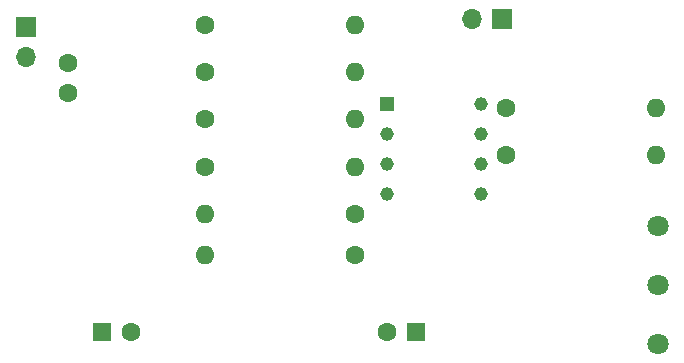
<source format=gbr>
%TF.GenerationSoftware,KiCad,Pcbnew,(6.0.6)*%
%TF.CreationDate,2023-09-23T12:19:06+03:00*%
%TF.ProjectId,leds_rme,6c656473-fc72-46d6-952e-6b696361645f,rev?*%
%TF.SameCoordinates,Original*%
%TF.FileFunction,Soldermask,Bot*%
%TF.FilePolarity,Negative*%
%FSLAX46Y46*%
G04 Gerber Fmt 4.6, Leading zero omitted, Abs format (unit mm)*
G04 Created by KiCad (PCBNEW (6.0.6)) date 2023-09-23 12:19:06*
%MOMM*%
%LPD*%
G01*
G04 APERTURE LIST*
%ADD10R,1.600000X1.600000*%
%ADD11C,1.600000*%
%ADD12C,1.800000*%
%ADD13O,1.600000X1.600000*%
%ADD14R,1.700000X1.700000*%
%ADD15O,1.700000X1.700000*%
%ADD16R,1.160000X1.160000*%
%ADD17C,1.160000*%
G04 APERTURE END LIST*
D10*
%TO.C,C3*%
X79500000Y-75000000D03*
D11*
X77000000Y-75000000D03*
%TD*%
D12*
%TO.C,VR1*%
X99950000Y-76000000D03*
X99950000Y-71000000D03*
X99950000Y-66000000D03*
%TD*%
D11*
%TO.C,R2*%
X61650000Y-53000000D03*
D13*
X74350000Y-53000000D03*
%TD*%
D11*
%TO.C,R4*%
X61650000Y-61000000D03*
D13*
X74350000Y-61000000D03*
%TD*%
D11*
%TO.C,R8*%
X87150000Y-60000000D03*
D13*
X99850000Y-60000000D03*
%TD*%
D14*
%TO.C,J1*%
X46500000Y-49225000D03*
D15*
X46500000Y-51765000D03*
%TD*%
D11*
%TO.C,R6*%
X61650000Y-49000000D03*
D13*
X74350000Y-49000000D03*
%TD*%
D11*
%TO.C,C1*%
X50000000Y-52250000D03*
X50000000Y-54750000D03*
%TD*%
%TO.C,R3*%
X74350000Y-65000000D03*
D13*
X61650000Y-65000000D03*
%TD*%
D10*
%TO.C,C2*%
X52882323Y-75000000D03*
D11*
X55382323Y-75000000D03*
%TD*%
%TO.C,R1*%
X61650000Y-57000000D03*
D13*
X74350000Y-57000000D03*
%TD*%
D14*
%TO.C,J2*%
X86775000Y-48500000D03*
D15*
X84235000Y-48500000D03*
%TD*%
D11*
%TO.C,R7*%
X87150000Y-56000000D03*
D13*
X99850000Y-56000000D03*
%TD*%
D11*
%TO.C,R5*%
X74350000Y-68500000D03*
D13*
X61650000Y-68500000D03*
%TD*%
D16*
%TO.C,IC3*%
X77030000Y-55690000D03*
D17*
X77030000Y-58230000D03*
X77030000Y-60770000D03*
X77030000Y-63310000D03*
X84970000Y-63310000D03*
X84970000Y-60770000D03*
X84970000Y-58230000D03*
X84970000Y-55690000D03*
%TD*%
M02*

</source>
